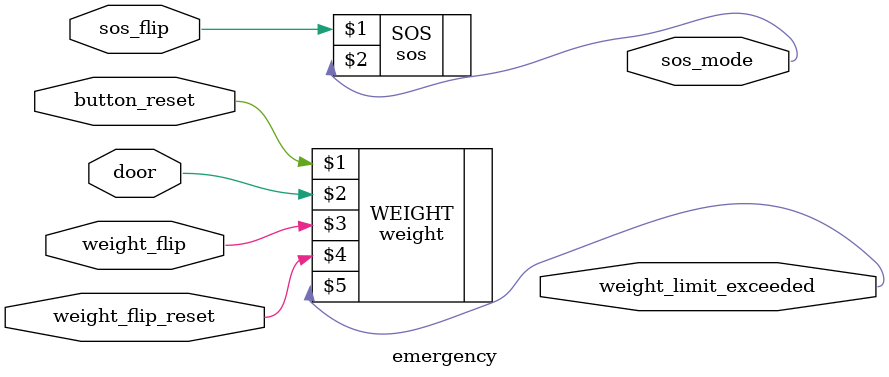
<source format=v>

module emergency (
    button_reset,
    sos_flip,
    sos_mode,
    door,
    weight_flip,
    weight_flip_reset,
    weight_limit_exceeded
);
    input sos_flip, door, weight_flip, weight_flip_reset, button_reset;
    output sos_mode, weight_limit_exceeded;

    sos SOS (
        sos_flip,
        sos_mode
    );
    weight WEIGHT (
        button_reset,
        door,
        weight_flip,
        weight_flip_reset,
        weight_limit_exceeded
    );
endmodule

</source>
